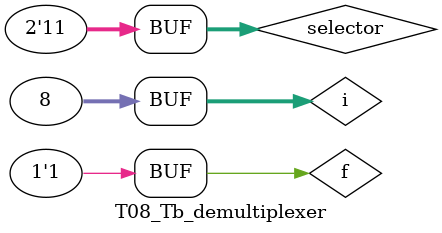
<source format=v>
module T08_Tb_demultiplexer;

    reg f;
    reg [1:0] selector;
    wire a, b, c, d;
    integer i;
    T08_demultiplexer demux(.f(f), .selector(selector), .a(a), .b(b), .c(c), .d(d));

    initial begin
        
        f <= 0;
        selector <= 0;

        $monitor("f :%0b selector :%0b a :%0b b :%0b c :%0b d :%0b", 
        f, selector, a, b, c, d);

        for (i = 0; i <= 7 ; i = i + 1) begin
            {f, selector} = i;
            #10;
        end
    end
endmodule
</source>
